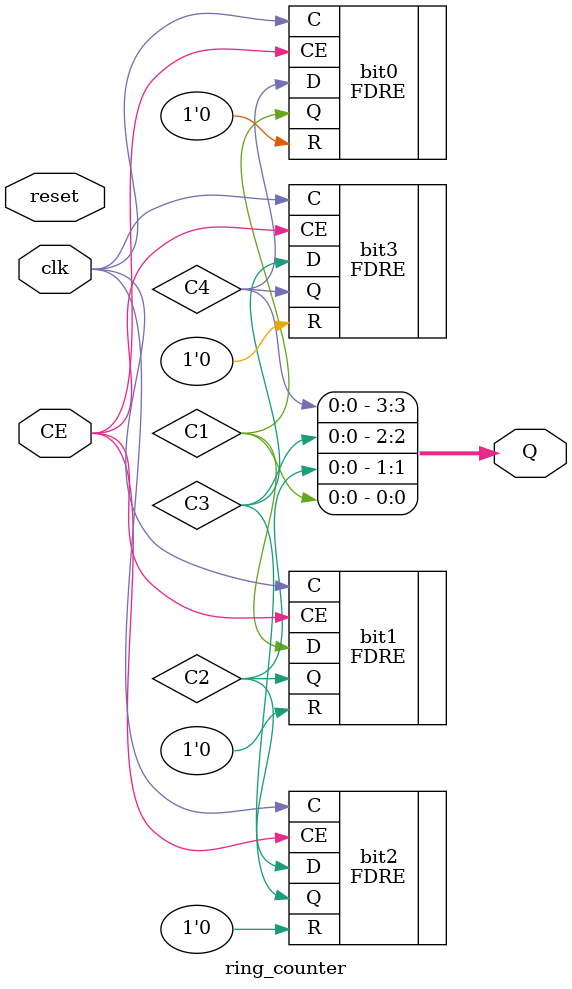
<source format=v>
`timescale 1ns / 1ps


module ring_counter(
    input clk,
    input CE,
    input reset,
    output [3:0] Q
    );
    
    wire C1, C2, C3, C4;
    
    FDRE #(.INIT(1'b1) ) bit0 (.C(clk), .R(1'b0), .CE(CE), .D(C4), .Q(C1));
    FDRE #(.INIT(1'b0) ) bit1 (.C(clk), .R(1'b0), .CE(CE), .D(C1), .Q(C2));
    FDRE #(.INIT(1'b0) ) bit2 (.C(clk), .R(1'b0), .CE(CE), .D(C2), .Q(C3));
    FDRE #(.INIT(1'b0) ) bit3 (.C(clk), .R(1'b0), .CE(CE), .D(C3), .Q(C4));
    
    assign Q[0] = C1;
    assign Q[1] = C2;
    assign Q[2] = C3;
    assign Q[3] = C4;
    
endmodule

</source>
